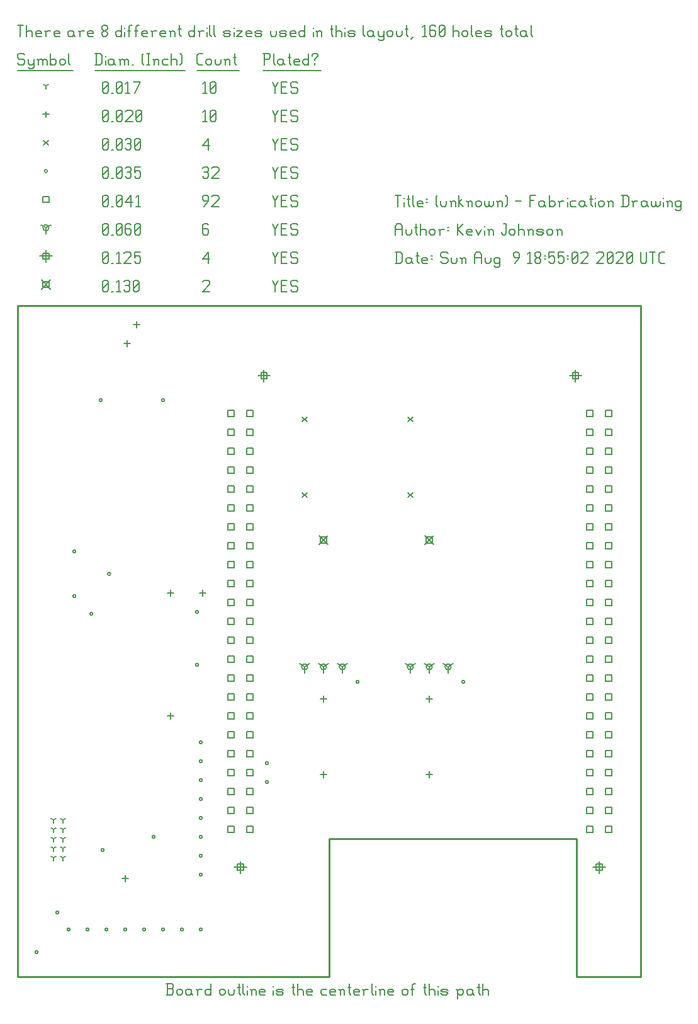
<source format=gbr>
G04 start of page 10 for group -3984 idx -3984 *
G04 Title: (unknown), fab *
G04 Creator: pcb 4.0.2 *
G04 CreationDate: Sun Aug  9 18:55:02 2020 UTC *
G04 For: kevin *
G04 Format: Gerber/RS-274X *
G04 PCB-Dimensions (mil): 3300.00 3550.00 *
G04 PCB-Coordinate-Origin: lower left *
%MOIN*%
%FSLAX25Y25*%
%LNFAB*%
%ADD77C,0.0100*%
%ADD76C,0.0075*%
%ADD75C,0.0060*%
%ADD74C,0.0080*%
G54D74*X215600Y233400D02*X220400Y228600D01*
X215600D02*X220400Y233400D01*
X216400Y232600D02*X219600D01*
X216400D02*Y229400D01*
X219600D01*
Y232600D02*Y229400D01*
X159600Y233400D02*X164400Y228600D01*
X159600D02*X164400Y233400D01*
X160400Y232600D02*X163600D01*
X160400D02*Y229400D01*
X163600D01*
Y232600D02*Y229400D01*
X12600Y368650D02*X17400Y363850D01*
X12600D02*X17400Y368650D01*
X13400Y367850D02*X16600D01*
X13400D02*Y364650D01*
X16600D01*
Y367850D02*Y364650D01*
G54D75*X135000Y368500D02*X136500Y365500D01*
X138000Y368500D01*
X136500Y365500D02*Y362500D01*
X139800Y365800D02*X142050D01*
X139800Y362500D02*X142800D01*
X139800Y368500D02*Y362500D01*
Y368500D02*X142800D01*
X147600D02*X148350Y367750D01*
X145350Y368500D02*X147600D01*
X144600Y367750D02*X145350Y368500D01*
X144600Y367750D02*Y366250D01*
X145350Y365500D01*
X147600D01*
X148350Y364750D01*
Y363250D01*
X147600Y362500D02*X148350Y363250D01*
X145350Y362500D02*X147600D01*
X144600Y363250D02*X145350Y362500D01*
X98000Y367750D02*X98750Y368500D01*
X101000D01*
X101750Y367750D01*
Y366250D01*
X98000Y362500D02*X101750Y366250D01*
X98000Y362500D02*X101750D01*
X45000Y363250D02*X45750Y362500D01*
X45000Y367750D02*Y363250D01*
Y367750D02*X45750Y368500D01*
X47250D01*
X48000Y367750D01*
Y363250D01*
X47250Y362500D02*X48000Y363250D01*
X45750Y362500D02*X47250D01*
X45000Y364000D02*X48000Y367000D01*
X49800Y362500D02*X50550D01*
X52350Y367300D02*X53550Y368500D01*
Y362500D01*
X52350D02*X54600D01*
X56400Y367750D02*X57150Y368500D01*
X58650D01*
X59400Y367750D01*
X58650Y362500D02*X59400Y363250D01*
X57150Y362500D02*X58650D01*
X56400Y363250D02*X57150Y362500D01*
Y365800D02*X58650D01*
X59400Y367750D02*Y366550D01*
Y365050D02*Y363250D01*
Y365050D02*X58650Y365800D01*
X59400Y366550D02*X58650Y365800D01*
X61200Y363250D02*X61950Y362500D01*
X61200Y367750D02*Y363250D01*
Y367750D02*X61950Y368500D01*
X63450D01*
X64200Y367750D01*
Y363250D01*
X63450Y362500D02*X64200Y363250D01*
X61950Y362500D02*X63450D01*
X61200Y364000D02*X64200Y367000D01*
X118000Y61200D02*Y54800D01*
X114800Y58000D02*X121200D01*
X116400Y59600D02*X119600D01*
X116400D02*Y56400D01*
X119600D01*
Y59600D02*Y56400D01*
X308000Y61200D02*Y54800D01*
X304800Y58000D02*X311200D01*
X306400Y59600D02*X309600D01*
X306400D02*Y56400D01*
X309600D01*
Y59600D02*Y56400D01*
X295500Y321200D02*Y314800D01*
X292300Y318000D02*X298700D01*
X293900Y319600D02*X297100D01*
X293900D02*Y316400D01*
X297100D01*
Y319600D02*Y316400D01*
X130500Y321200D02*Y314800D01*
X127300Y318000D02*X133700D01*
X128900Y319600D02*X132100D01*
X128900D02*Y316400D01*
X132100D01*
Y319600D02*Y316400D01*
X15000Y384450D02*Y378050D01*
X11800Y381250D02*X18200D01*
X13400Y382850D02*X16600D01*
X13400D02*Y379650D01*
X16600D01*
Y382850D02*Y379650D01*
X135000Y383500D02*X136500Y380500D01*
X138000Y383500D01*
X136500Y380500D02*Y377500D01*
X139800Y380800D02*X142050D01*
X139800Y377500D02*X142800D01*
X139800Y383500D02*Y377500D01*
Y383500D02*X142800D01*
X147600D02*X148350Y382750D01*
X145350Y383500D02*X147600D01*
X144600Y382750D02*X145350Y383500D01*
X144600Y382750D02*Y381250D01*
X145350Y380500D01*
X147600D01*
X148350Y379750D01*
Y378250D01*
X147600Y377500D02*X148350Y378250D01*
X145350Y377500D02*X147600D01*
X144600Y378250D02*X145350Y377500D01*
X98000Y379750D02*X101000Y383500D01*
X98000Y379750D02*X101750D01*
X101000Y383500D02*Y377500D01*
X45000Y378250D02*X45750Y377500D01*
X45000Y382750D02*Y378250D01*
Y382750D02*X45750Y383500D01*
X47250D01*
X48000Y382750D01*
Y378250D01*
X47250Y377500D02*X48000Y378250D01*
X45750Y377500D02*X47250D01*
X45000Y379000D02*X48000Y382000D01*
X49800Y377500D02*X50550D01*
X52350Y382300D02*X53550Y383500D01*
Y377500D01*
X52350D02*X54600D01*
X56400Y382750D02*X57150Y383500D01*
X59400D01*
X60150Y382750D01*
Y381250D01*
X56400Y377500D02*X60150Y381250D01*
X56400Y377500D02*X60150D01*
X61950Y383500D02*X64950D01*
X61950D02*Y380500D01*
X62700Y381250D01*
X64200D01*
X64950Y380500D01*
Y378250D01*
X64200Y377500D02*X64950Y378250D01*
X62700Y377500D02*X64200D01*
X61950Y378250D02*X62700Y377500D01*
X208000Y164000D02*Y160800D01*
Y164000D02*X210773Y165600D01*
X208000Y164000D02*X205227Y165600D01*
X206400Y164000D02*G75*G03X209600Y164000I1600J0D01*G01*
G75*G03X206400Y164000I-1600J0D01*G01*
X218000D02*Y160800D01*
Y164000D02*X220773Y165600D01*
X218000Y164000D02*X215227Y165600D01*
X216400Y164000D02*G75*G03X219600Y164000I1600J0D01*G01*
G75*G03X216400Y164000I-1600J0D01*G01*
X228000D02*Y160800D01*
Y164000D02*X230773Y165600D01*
X228000Y164000D02*X225227Y165600D01*
X226400Y164000D02*G75*G03X229600Y164000I1600J0D01*G01*
G75*G03X226400Y164000I-1600J0D01*G01*
X152000D02*Y160800D01*
Y164000D02*X154773Y165600D01*
X152000Y164000D02*X149227Y165600D01*
X150400Y164000D02*G75*G03X153600Y164000I1600J0D01*G01*
G75*G03X150400Y164000I-1600J0D01*G01*
X162000D02*Y160800D01*
Y164000D02*X164773Y165600D01*
X162000Y164000D02*X159227Y165600D01*
X160400Y164000D02*G75*G03X163600Y164000I1600J0D01*G01*
G75*G03X160400Y164000I-1600J0D01*G01*
X172000D02*Y160800D01*
Y164000D02*X174773Y165600D01*
X172000Y164000D02*X169227Y165600D01*
X170400Y164000D02*G75*G03X173600Y164000I1600J0D01*G01*
G75*G03X170400Y164000I-1600J0D01*G01*
X15000Y396250D02*Y393050D01*
Y396250D02*X17773Y397850D01*
X15000Y396250D02*X12227Y397850D01*
X13400Y396250D02*G75*G03X16600Y396250I1600J0D01*G01*
G75*G03X13400Y396250I-1600J0D01*G01*
X135000Y398500D02*X136500Y395500D01*
X138000Y398500D01*
X136500Y395500D02*Y392500D01*
X139800Y395800D02*X142050D01*
X139800Y392500D02*X142800D01*
X139800Y398500D02*Y392500D01*
Y398500D02*X142800D01*
X147600D02*X148350Y397750D01*
X145350Y398500D02*X147600D01*
X144600Y397750D02*X145350Y398500D01*
X144600Y397750D02*Y396250D01*
X145350Y395500D01*
X147600D01*
X148350Y394750D01*
Y393250D01*
X147600Y392500D02*X148350Y393250D01*
X145350Y392500D02*X147600D01*
X144600Y393250D02*X145350Y392500D01*
X100250Y398500D02*X101000Y397750D01*
X98750Y398500D02*X100250D01*
X98000Y397750D02*X98750Y398500D01*
X98000Y397750D02*Y393250D01*
X98750Y392500D01*
X100250Y395800D02*X101000Y395050D01*
X98000Y395800D02*X100250D01*
X98750Y392500D02*X100250D01*
X101000Y393250D01*
Y395050D02*Y393250D01*
X45000D02*X45750Y392500D01*
X45000Y397750D02*Y393250D01*
Y397750D02*X45750Y398500D01*
X47250D01*
X48000Y397750D01*
Y393250D01*
X47250Y392500D02*X48000Y393250D01*
X45750Y392500D02*X47250D01*
X45000Y394000D02*X48000Y397000D01*
X49800Y392500D02*X50550D01*
X52350Y393250D02*X53100Y392500D01*
X52350Y397750D02*Y393250D01*
Y397750D02*X53100Y398500D01*
X54600D01*
X55350Y397750D01*
Y393250D01*
X54600Y392500D02*X55350Y393250D01*
X53100Y392500D02*X54600D01*
X52350Y394000D02*X55350Y397000D01*
X59400Y398500D02*X60150Y397750D01*
X57900Y398500D02*X59400D01*
X57150Y397750D02*X57900Y398500D01*
X57150Y397750D02*Y393250D01*
X57900Y392500D01*
X59400Y395800D02*X60150Y395050D01*
X57150Y395800D02*X59400D01*
X57900Y392500D02*X59400D01*
X60150Y393250D01*
Y395050D02*Y393250D01*
X61950D02*X62700Y392500D01*
X61950Y397750D02*Y393250D01*
Y397750D02*X62700Y398500D01*
X64200D01*
X64950Y397750D01*
Y393250D01*
X64200Y392500D02*X64950Y393250D01*
X62700Y392500D02*X64200D01*
X61950Y394000D02*X64950Y397000D01*
X121400Y79600D02*X124600D01*
X121400D02*Y76400D01*
X124600D01*
Y79600D02*Y76400D01*
X111400Y79600D02*X114600D01*
X111400D02*Y76400D01*
X114600D01*
Y79600D02*Y76400D01*
X311400Y79600D02*X314600D01*
X311400D02*Y76400D01*
X314600D01*
Y79600D02*Y76400D01*
X301400Y299600D02*X304600D01*
X301400D02*Y296400D01*
X304600D01*
Y299600D02*Y296400D01*
X311400Y299600D02*X314600D01*
X311400D02*Y296400D01*
X314600D01*
Y299600D02*Y296400D01*
X121400Y299600D02*X124600D01*
X121400D02*Y296400D01*
X124600D01*
Y299600D02*Y296400D01*
X111400Y299600D02*X114600D01*
X111400D02*Y296400D01*
X114600D01*
Y299600D02*Y296400D01*
X111400Y89600D02*X114600D01*
X111400D02*Y86400D01*
X114600D01*
Y89600D02*Y86400D01*
X111400Y99600D02*X114600D01*
X111400D02*Y96400D01*
X114600D01*
Y99600D02*Y96400D01*
X111400Y109600D02*X114600D01*
X111400D02*Y106400D01*
X114600D01*
Y109600D02*Y106400D01*
X111400Y119600D02*X114600D01*
X111400D02*Y116400D01*
X114600D01*
Y119600D02*Y116400D01*
X111400Y129600D02*X114600D01*
X111400D02*Y126400D01*
X114600D01*
Y129600D02*Y126400D01*
X111400Y139600D02*X114600D01*
X111400D02*Y136400D01*
X114600D01*
Y139600D02*Y136400D01*
X111400Y149600D02*X114600D01*
X111400D02*Y146400D01*
X114600D01*
Y149600D02*Y146400D01*
X111400Y159600D02*X114600D01*
X111400D02*Y156400D01*
X114600D01*
Y159600D02*Y156400D01*
X111400Y169600D02*X114600D01*
X111400D02*Y166400D01*
X114600D01*
Y169600D02*Y166400D01*
X111400Y179600D02*X114600D01*
X111400D02*Y176400D01*
X114600D01*
Y179600D02*Y176400D01*
X111400Y189600D02*X114600D01*
X111400D02*Y186400D01*
X114600D01*
Y189600D02*Y186400D01*
X111400Y199600D02*X114600D01*
X111400D02*Y196400D01*
X114600D01*
Y199600D02*Y196400D01*
X111400Y209600D02*X114600D01*
X111400D02*Y206400D01*
X114600D01*
Y209600D02*Y206400D01*
X111400Y219600D02*X114600D01*
X111400D02*Y216400D01*
X114600D01*
Y219600D02*Y216400D01*
X111400Y229600D02*X114600D01*
X111400D02*Y226400D01*
X114600D01*
Y229600D02*Y226400D01*
X111400Y239600D02*X114600D01*
X111400D02*Y236400D01*
X114600D01*
Y239600D02*Y236400D01*
X111400Y249600D02*X114600D01*
X111400D02*Y246400D01*
X114600D01*
Y249600D02*Y246400D01*
X111400Y259600D02*X114600D01*
X111400D02*Y256400D01*
X114600D01*
Y259600D02*Y256400D01*
X111400Y269600D02*X114600D01*
X111400D02*Y266400D01*
X114600D01*
Y269600D02*Y266400D01*
X111400Y279600D02*X114600D01*
X111400D02*Y276400D01*
X114600D01*
Y279600D02*Y276400D01*
X111400Y289600D02*X114600D01*
X111400D02*Y286400D01*
X114600D01*
Y289600D02*Y286400D01*
X121400Y89600D02*X124600D01*
X121400D02*Y86400D01*
X124600D01*
Y89600D02*Y86400D01*
X121400Y99600D02*X124600D01*
X121400D02*Y96400D01*
X124600D01*
Y99600D02*Y96400D01*
X121400Y109600D02*X124600D01*
X121400D02*Y106400D01*
X124600D01*
Y109600D02*Y106400D01*
X121400Y119600D02*X124600D01*
X121400D02*Y116400D01*
X124600D01*
Y119600D02*Y116400D01*
X121400Y129600D02*X124600D01*
X121400D02*Y126400D01*
X124600D01*
Y129600D02*Y126400D01*
X121400Y139600D02*X124600D01*
X121400D02*Y136400D01*
X124600D01*
Y139600D02*Y136400D01*
X121400Y149600D02*X124600D01*
X121400D02*Y146400D01*
X124600D01*
Y149600D02*Y146400D01*
X121400Y159600D02*X124600D01*
X121400D02*Y156400D01*
X124600D01*
Y159600D02*Y156400D01*
X121400Y169600D02*X124600D01*
X121400D02*Y166400D01*
X124600D01*
Y169600D02*Y166400D01*
X121400Y179600D02*X124600D01*
X121400D02*Y176400D01*
X124600D01*
Y179600D02*Y176400D01*
X121400Y189600D02*X124600D01*
X121400D02*Y186400D01*
X124600D01*
Y189600D02*Y186400D01*
X121400Y199600D02*X124600D01*
X121400D02*Y196400D01*
X124600D01*
Y199600D02*Y196400D01*
X121400Y209600D02*X124600D01*
X121400D02*Y206400D01*
X124600D01*
Y209600D02*Y206400D01*
X121400Y219600D02*X124600D01*
X121400D02*Y216400D01*
X124600D01*
Y219600D02*Y216400D01*
X121400Y229600D02*X124600D01*
X121400D02*Y226400D01*
X124600D01*
Y229600D02*Y226400D01*
X121400Y239600D02*X124600D01*
X121400D02*Y236400D01*
X124600D01*
Y239600D02*Y236400D01*
X121400Y249600D02*X124600D01*
X121400D02*Y246400D01*
X124600D01*
Y249600D02*Y246400D01*
X121400Y259600D02*X124600D01*
X121400D02*Y256400D01*
X124600D01*
Y259600D02*Y256400D01*
X121400Y269600D02*X124600D01*
X121400D02*Y266400D01*
X124600D01*
Y269600D02*Y266400D01*
X121400Y279600D02*X124600D01*
X121400D02*Y276400D01*
X124600D01*
Y279600D02*Y276400D01*
X121400Y289600D02*X124600D01*
X121400D02*Y286400D01*
X124600D01*
Y289600D02*Y286400D01*
X301400Y89600D02*X304600D01*
X301400D02*Y86400D01*
X304600D01*
Y89600D02*Y86400D01*
X301400Y99600D02*X304600D01*
X301400D02*Y96400D01*
X304600D01*
Y99600D02*Y96400D01*
X301400Y109600D02*X304600D01*
X301400D02*Y106400D01*
X304600D01*
Y109600D02*Y106400D01*
X301400Y119600D02*X304600D01*
X301400D02*Y116400D01*
X304600D01*
Y119600D02*Y116400D01*
X301400Y129600D02*X304600D01*
X301400D02*Y126400D01*
X304600D01*
Y129600D02*Y126400D01*
X301400Y139600D02*X304600D01*
X301400D02*Y136400D01*
X304600D01*
Y139600D02*Y136400D01*
X301400Y149600D02*X304600D01*
X301400D02*Y146400D01*
X304600D01*
Y149600D02*Y146400D01*
X301400Y159600D02*X304600D01*
X301400D02*Y156400D01*
X304600D01*
Y159600D02*Y156400D01*
X301400Y169600D02*X304600D01*
X301400D02*Y166400D01*
X304600D01*
Y169600D02*Y166400D01*
X301400Y179600D02*X304600D01*
X301400D02*Y176400D01*
X304600D01*
Y179600D02*Y176400D01*
X301400Y189600D02*X304600D01*
X301400D02*Y186400D01*
X304600D01*
Y189600D02*Y186400D01*
X301400Y199600D02*X304600D01*
X301400D02*Y196400D01*
X304600D01*
Y199600D02*Y196400D01*
X301400Y209600D02*X304600D01*
X301400D02*Y206400D01*
X304600D01*
Y209600D02*Y206400D01*
X301400Y219600D02*X304600D01*
X301400D02*Y216400D01*
X304600D01*
Y219600D02*Y216400D01*
X301400Y229600D02*X304600D01*
X301400D02*Y226400D01*
X304600D01*
Y229600D02*Y226400D01*
X301400Y239600D02*X304600D01*
X301400D02*Y236400D01*
X304600D01*
Y239600D02*Y236400D01*
X301400Y249600D02*X304600D01*
X301400D02*Y246400D01*
X304600D01*
Y249600D02*Y246400D01*
X301400Y259600D02*X304600D01*
X301400D02*Y256400D01*
X304600D01*
Y259600D02*Y256400D01*
X301400Y269600D02*X304600D01*
X301400D02*Y266400D01*
X304600D01*
Y269600D02*Y266400D01*
X301400Y279600D02*X304600D01*
X301400D02*Y276400D01*
X304600D01*
Y279600D02*Y276400D01*
X301400Y289600D02*X304600D01*
X301400D02*Y286400D01*
X304600D01*
Y289600D02*Y286400D01*
X311400Y289600D02*X314600D01*
X311400D02*Y286400D01*
X314600D01*
Y289600D02*Y286400D01*
X311400Y279600D02*X314600D01*
X311400D02*Y276400D01*
X314600D01*
Y279600D02*Y276400D01*
X311400Y269600D02*X314600D01*
X311400D02*Y266400D01*
X314600D01*
Y269600D02*Y266400D01*
X311400Y259600D02*X314600D01*
X311400D02*Y256400D01*
X314600D01*
Y259600D02*Y256400D01*
X311400Y249600D02*X314600D01*
X311400D02*Y246400D01*
X314600D01*
Y249600D02*Y246400D01*
X311400Y239600D02*X314600D01*
X311400D02*Y236400D01*
X314600D01*
Y239600D02*Y236400D01*
X311400Y219600D02*X314600D01*
X311400D02*Y216400D01*
X314600D01*
Y219600D02*Y216400D01*
X311400Y229600D02*X314600D01*
X311400D02*Y226400D01*
X314600D01*
Y229600D02*Y226400D01*
X311400Y209600D02*X314600D01*
X311400D02*Y206400D01*
X314600D01*
Y209600D02*Y206400D01*
X311400Y199600D02*X314600D01*
X311400D02*Y196400D01*
X314600D01*
Y199600D02*Y196400D01*
X311400Y189600D02*X314600D01*
X311400D02*Y186400D01*
X314600D01*
Y189600D02*Y186400D01*
X311400Y179600D02*X314600D01*
X311400D02*Y176400D01*
X314600D01*
Y179600D02*Y176400D01*
X311400Y169600D02*X314600D01*
X311400D02*Y166400D01*
X314600D01*
Y169600D02*Y166400D01*
X311400Y159600D02*X314600D01*
X311400D02*Y156400D01*
X314600D01*
Y159600D02*Y156400D01*
X311400Y149600D02*X314600D01*
X311400D02*Y146400D01*
X314600D01*
Y149600D02*Y146400D01*
X311400Y139600D02*X314600D01*
X311400D02*Y136400D01*
X314600D01*
Y139600D02*Y136400D01*
X311400Y129600D02*X314600D01*
X311400D02*Y126400D01*
X314600D01*
Y129600D02*Y126400D01*
X311400Y119600D02*X314600D01*
X311400D02*Y116400D01*
X314600D01*
Y119600D02*Y116400D01*
X311400Y99600D02*X314600D01*
X311400D02*Y96400D01*
X314600D01*
Y99600D02*Y96400D01*
X311400Y109600D02*X314600D01*
X311400D02*Y106400D01*
X314600D01*
Y109600D02*Y106400D01*
X311400Y89600D02*X314600D01*
X311400D02*Y86400D01*
X314600D01*
Y89600D02*Y86400D01*
X301400Y79600D02*X304600D01*
X301400D02*Y76400D01*
X304600D01*
Y79600D02*Y76400D01*
X13400Y412850D02*X16600D01*
X13400D02*Y409650D01*
X16600D01*
Y412850D02*Y409650D01*
X135000Y413500D02*X136500Y410500D01*
X138000Y413500D01*
X136500Y410500D02*Y407500D01*
X139800Y410800D02*X142050D01*
X139800Y407500D02*X142800D01*
X139800Y413500D02*Y407500D01*
Y413500D02*X142800D01*
X147600D02*X148350Y412750D01*
X145350Y413500D02*X147600D01*
X144600Y412750D02*X145350Y413500D01*
X144600Y412750D02*Y411250D01*
X145350Y410500D01*
X147600D01*
X148350Y409750D01*
Y408250D01*
X147600Y407500D02*X148350Y408250D01*
X145350Y407500D02*X147600D01*
X144600Y408250D02*X145350Y407500D01*
X98750D02*X101000Y410500D01*
Y412750D02*Y410500D01*
X100250Y413500D02*X101000Y412750D01*
X98750Y413500D02*X100250D01*
X98000Y412750D02*X98750Y413500D01*
X98000Y412750D02*Y411250D01*
X98750Y410500D01*
X101000D01*
X102800Y412750D02*X103550Y413500D01*
X105800D01*
X106550Y412750D01*
Y411250D01*
X102800Y407500D02*X106550Y411250D01*
X102800Y407500D02*X106550D01*
X45000Y408250D02*X45750Y407500D01*
X45000Y412750D02*Y408250D01*
Y412750D02*X45750Y413500D01*
X47250D01*
X48000Y412750D01*
Y408250D01*
X47250Y407500D02*X48000Y408250D01*
X45750Y407500D02*X47250D01*
X45000Y409000D02*X48000Y412000D01*
X49800Y407500D02*X50550D01*
X52350Y408250D02*X53100Y407500D01*
X52350Y412750D02*Y408250D01*
Y412750D02*X53100Y413500D01*
X54600D01*
X55350Y412750D01*
Y408250D01*
X54600Y407500D02*X55350Y408250D01*
X53100Y407500D02*X54600D01*
X52350Y409000D02*X55350Y412000D01*
X57150Y409750D02*X60150Y413500D01*
X57150Y409750D02*X60900D01*
X60150Y413500D02*Y407500D01*
X62700Y412300D02*X63900Y413500D01*
Y407500D01*
X62700D02*X64950D01*
X96200Y54000D02*G75*G03X97800Y54000I800J0D01*G01*
G75*G03X96200Y54000I-800J0D01*G01*
Y64000D02*G75*G03X97800Y64000I800J0D01*G01*
G75*G03X96200Y64000I-800J0D01*G01*
Y74000D02*G75*G03X97800Y74000I800J0D01*G01*
G75*G03X96200Y74000I-800J0D01*G01*
Y84000D02*G75*G03X97800Y84000I800J0D01*G01*
G75*G03X96200Y84000I-800J0D01*G01*
Y94000D02*G75*G03X97800Y94000I800J0D01*G01*
G75*G03X96200Y94000I-800J0D01*G01*
Y104000D02*G75*G03X97800Y104000I800J0D01*G01*
G75*G03X96200Y104000I-800J0D01*G01*
Y114000D02*G75*G03X97800Y114000I800J0D01*G01*
G75*G03X96200Y114000I-800J0D01*G01*
Y124000D02*G75*G03X97800Y124000I800J0D01*G01*
G75*G03X96200Y124000I-800J0D01*G01*
X66200Y25000D02*G75*G03X67800Y25000I800J0D01*G01*
G75*G03X66200Y25000I-800J0D01*G01*
X96200D02*G75*G03X97800Y25000I800J0D01*G01*
G75*G03X96200Y25000I-800J0D01*G01*
X86200D02*G75*G03X87800Y25000I800J0D01*G01*
G75*G03X86200Y25000I-800J0D01*G01*
X76200D02*G75*G03X77800Y25000I800J0D01*G01*
G75*G03X76200Y25000I-800J0D01*G01*
X56200D02*G75*G03X57800Y25000I800J0D01*G01*
G75*G03X56200Y25000I-800J0D01*G01*
X46200D02*G75*G03X47800Y25000I800J0D01*G01*
G75*G03X46200Y25000I-800J0D01*G01*
X36200D02*G75*G03X37800Y25000I800J0D01*G01*
G75*G03X36200Y25000I-800J0D01*G01*
X26200D02*G75*G03X27800Y25000I800J0D01*G01*
G75*G03X26200Y25000I-800J0D01*G01*
X47704Y213189D02*G75*G03X49304Y213189I800J0D01*G01*
G75*G03X47704Y213189I-800J0D01*G01*
X29200Y225000D02*G75*G03X30800Y225000I800J0D01*G01*
G75*G03X29200Y225000I-800J0D01*G01*
Y201378D02*G75*G03X30800Y201378I800J0D01*G01*
G75*G03X29200Y201378I-800J0D01*G01*
X38200Y192000D02*G75*G03X39800Y192000I800J0D01*G01*
G75*G03X38200Y192000I-800J0D01*G01*
X179200Y156000D02*G75*G03X180800Y156000I800J0D01*G01*
G75*G03X179200Y156000I-800J0D01*G01*
X235200D02*G75*G03X236800Y156000I800J0D01*G01*
G75*G03X235200Y156000I-800J0D01*G01*
X71200Y74000D02*G75*G03X72800Y74000I800J0D01*G01*
G75*G03X71200Y74000I-800J0D01*G01*
X131200Y103000D02*G75*G03X132800Y103000I800J0D01*G01*
G75*G03X131200Y103000I-800J0D01*G01*
Y113000D02*G75*G03X132800Y113000I800J0D01*G01*
G75*G03X131200Y113000I-800J0D01*G01*
X43200Y305000D02*G75*G03X44800Y305000I800J0D01*G01*
G75*G03X43200Y305000I-800J0D01*G01*
X76200D02*G75*G03X77800Y305000I800J0D01*G01*
G75*G03X76200Y305000I-800J0D01*G01*
X44200Y67000D02*G75*G03X45800Y67000I800J0D01*G01*
G75*G03X44200Y67000I-800J0D01*G01*
X20200Y34000D02*G75*G03X21800Y34000I800J0D01*G01*
G75*G03X20200Y34000I-800J0D01*G01*
X9200Y13000D02*G75*G03X10800Y13000I800J0D01*G01*
G75*G03X9200Y13000I-800J0D01*G01*
X94200Y193000D02*G75*G03X95800Y193000I800J0D01*G01*
G75*G03X94200Y193000I-800J0D01*G01*
Y165000D02*G75*G03X95800Y165000I800J0D01*G01*
G75*G03X94200Y165000I-800J0D01*G01*
X14200Y426250D02*G75*G03X15800Y426250I800J0D01*G01*
G75*G03X14200Y426250I-800J0D01*G01*
X135000Y428500D02*X136500Y425500D01*
X138000Y428500D01*
X136500Y425500D02*Y422500D01*
X139800Y425800D02*X142050D01*
X139800Y422500D02*X142800D01*
X139800Y428500D02*Y422500D01*
Y428500D02*X142800D01*
X147600D02*X148350Y427750D01*
X145350Y428500D02*X147600D01*
X144600Y427750D02*X145350Y428500D01*
X144600Y427750D02*Y426250D01*
X145350Y425500D01*
X147600D01*
X148350Y424750D01*
Y423250D01*
X147600Y422500D02*X148350Y423250D01*
X145350Y422500D02*X147600D01*
X144600Y423250D02*X145350Y422500D01*
X98000Y427750D02*X98750Y428500D01*
X100250D01*
X101000Y427750D01*
X100250Y422500D02*X101000Y423250D01*
X98750Y422500D02*X100250D01*
X98000Y423250D02*X98750Y422500D01*
Y425800D02*X100250D01*
X101000Y427750D02*Y426550D01*
Y425050D02*Y423250D01*
Y425050D02*X100250Y425800D01*
X101000Y426550D02*X100250Y425800D01*
X102800Y427750D02*X103550Y428500D01*
X105800D01*
X106550Y427750D01*
Y426250D01*
X102800Y422500D02*X106550Y426250D01*
X102800Y422500D02*X106550D01*
X45000Y423250D02*X45750Y422500D01*
X45000Y427750D02*Y423250D01*
Y427750D02*X45750Y428500D01*
X47250D01*
X48000Y427750D01*
Y423250D01*
X47250Y422500D02*X48000Y423250D01*
X45750Y422500D02*X47250D01*
X45000Y424000D02*X48000Y427000D01*
X49800Y422500D02*X50550D01*
X52350Y423250D02*X53100Y422500D01*
X52350Y427750D02*Y423250D01*
Y427750D02*X53100Y428500D01*
X54600D01*
X55350Y427750D01*
Y423250D01*
X54600Y422500D02*X55350Y423250D01*
X53100Y422500D02*X54600D01*
X52350Y424000D02*X55350Y427000D01*
X57150Y427750D02*X57900Y428500D01*
X59400D01*
X60150Y427750D01*
X59400Y422500D02*X60150Y423250D01*
X57900Y422500D02*X59400D01*
X57150Y423250D02*X57900Y422500D01*
Y425800D02*X59400D01*
X60150Y427750D02*Y426550D01*
Y425050D02*Y423250D01*
Y425050D02*X59400Y425800D01*
X60150Y426550D02*X59400Y425800D01*
X61950Y428500D02*X64950D01*
X61950D02*Y425500D01*
X62700Y426250D01*
X64200D01*
X64950Y425500D01*
Y423250D01*
X64200Y422500D02*X64950Y423250D01*
X62700Y422500D02*X64200D01*
X61950Y423250D02*X62700Y422500D01*
X150800Y256200D02*X153200Y253800D01*
X150800D02*X153200Y256200D01*
X150800Y296200D02*X153200Y293800D01*
X150800D02*X153200Y296200D01*
X206800Y256200D02*X209200Y253800D01*
X206800D02*X209200Y256200D01*
X206800Y296200D02*X209200Y293800D01*
X206800D02*X209200Y296200D01*
X13800Y442450D02*X16200Y440050D01*
X13800D02*X16200Y442450D01*
X135000Y443500D02*X136500Y440500D01*
X138000Y443500D01*
X136500Y440500D02*Y437500D01*
X139800Y440800D02*X142050D01*
X139800Y437500D02*X142800D01*
X139800Y443500D02*Y437500D01*
Y443500D02*X142800D01*
X147600D02*X148350Y442750D01*
X145350Y443500D02*X147600D01*
X144600Y442750D02*X145350Y443500D01*
X144600Y442750D02*Y441250D01*
X145350Y440500D01*
X147600D01*
X148350Y439750D01*
Y438250D01*
X147600Y437500D02*X148350Y438250D01*
X145350Y437500D02*X147600D01*
X144600Y438250D02*X145350Y437500D01*
X98000Y439750D02*X101000Y443500D01*
X98000Y439750D02*X101750D01*
X101000Y443500D02*Y437500D01*
X45000Y438250D02*X45750Y437500D01*
X45000Y442750D02*Y438250D01*
Y442750D02*X45750Y443500D01*
X47250D01*
X48000Y442750D01*
Y438250D01*
X47250Y437500D02*X48000Y438250D01*
X45750Y437500D02*X47250D01*
X45000Y439000D02*X48000Y442000D01*
X49800Y437500D02*X50550D01*
X52350Y438250D02*X53100Y437500D01*
X52350Y442750D02*Y438250D01*
Y442750D02*X53100Y443500D01*
X54600D01*
X55350Y442750D01*
Y438250D01*
X54600Y437500D02*X55350Y438250D01*
X53100Y437500D02*X54600D01*
X52350Y439000D02*X55350Y442000D01*
X57150Y442750D02*X57900Y443500D01*
X59400D01*
X60150Y442750D01*
X59400Y437500D02*X60150Y438250D01*
X57900Y437500D02*X59400D01*
X57150Y438250D02*X57900Y437500D01*
Y440800D02*X59400D01*
X60150Y442750D02*Y441550D01*
Y440050D02*Y438250D01*
Y440050D02*X59400Y440800D01*
X60150Y441550D02*X59400Y440800D01*
X61950Y438250D02*X62700Y437500D01*
X61950Y442750D02*Y438250D01*
Y442750D02*X62700Y443500D01*
X64200D01*
X64950Y442750D01*
Y438250D01*
X64200Y437500D02*X64950Y438250D01*
X62700Y437500D02*X64200D01*
X61950Y439000D02*X64950Y442000D01*
X218000Y148600D02*Y145400D01*
X216400Y147000D02*X219600D01*
X218000Y108600D02*Y105400D01*
X216400Y107000D02*X219600D01*
X162000Y148600D02*Y145400D01*
X160400Y147000D02*X163600D01*
X162000Y108600D02*Y105400D01*
X160400Y107000D02*X163600D01*
X58000Y336600D02*Y333400D01*
X56400Y335000D02*X59600D01*
X63000Y346600D02*Y343400D01*
X61400Y345000D02*X64600D01*
X98000Y204600D02*Y201400D01*
X96400Y203000D02*X99600D01*
X81000Y204600D02*Y201400D01*
X79400Y203000D02*X82600D01*
X81000Y139600D02*Y136400D01*
X79400Y138000D02*X82600D01*
X57000Y53600D02*Y50400D01*
X55400Y52000D02*X58600D01*
X15000Y457850D02*Y454650D01*
X13400Y456250D02*X16600D01*
X135000Y458500D02*X136500Y455500D01*
X138000Y458500D01*
X136500Y455500D02*Y452500D01*
X139800Y455800D02*X142050D01*
X139800Y452500D02*X142800D01*
X139800Y458500D02*Y452500D01*
Y458500D02*X142800D01*
X147600D02*X148350Y457750D01*
X145350Y458500D02*X147600D01*
X144600Y457750D02*X145350Y458500D01*
X144600Y457750D02*Y456250D01*
X145350Y455500D01*
X147600D01*
X148350Y454750D01*
Y453250D01*
X147600Y452500D02*X148350Y453250D01*
X145350Y452500D02*X147600D01*
X144600Y453250D02*X145350Y452500D01*
X98000Y457300D02*X99200Y458500D01*
Y452500D01*
X98000D02*X100250D01*
X102050Y453250D02*X102800Y452500D01*
X102050Y457750D02*Y453250D01*
Y457750D02*X102800Y458500D01*
X104300D01*
X105050Y457750D01*
Y453250D01*
X104300Y452500D02*X105050Y453250D01*
X102800Y452500D02*X104300D01*
X102050Y454000D02*X105050Y457000D01*
X45000Y453250D02*X45750Y452500D01*
X45000Y457750D02*Y453250D01*
Y457750D02*X45750Y458500D01*
X47250D01*
X48000Y457750D01*
Y453250D01*
X47250Y452500D02*X48000Y453250D01*
X45750Y452500D02*X47250D01*
X45000Y454000D02*X48000Y457000D01*
X49800Y452500D02*X50550D01*
X52350Y453250D02*X53100Y452500D01*
X52350Y457750D02*Y453250D01*
Y457750D02*X53100Y458500D01*
X54600D01*
X55350Y457750D01*
Y453250D01*
X54600Y452500D02*X55350Y453250D01*
X53100Y452500D02*X54600D01*
X52350Y454000D02*X55350Y457000D01*
X57150Y457750D02*X57900Y458500D01*
X60150D01*
X60900Y457750D01*
Y456250D01*
X57150Y452500D02*X60900Y456250D01*
X57150Y452500D02*X60900D01*
X62700Y453250D02*X63450Y452500D01*
X62700Y457750D02*Y453250D01*
Y457750D02*X63450Y458500D01*
X64950D01*
X65700Y457750D01*
Y453250D01*
X64950Y452500D02*X65700Y453250D01*
X63450Y452500D02*X64950D01*
X62700Y454000D02*X65700Y457000D01*
X19000Y63000D02*Y61400D01*
Y63000D02*X20387Y63800D01*
X19000Y63000D02*X17613Y63800D01*
X19000Y68000D02*Y66400D01*
Y68000D02*X20387Y68800D01*
X19000Y68000D02*X17613Y68800D01*
X19000Y73000D02*Y71400D01*
Y73000D02*X20387Y73800D01*
X19000Y73000D02*X17613Y73800D01*
X19000Y78000D02*Y76400D01*
Y78000D02*X20387Y78800D01*
X19000Y78000D02*X17613Y78800D01*
X19000Y83000D02*Y81400D01*
Y83000D02*X20387Y83800D01*
X19000Y83000D02*X17613Y83800D01*
X24000Y83000D02*Y81400D01*
Y83000D02*X25387Y83800D01*
X24000Y83000D02*X22613Y83800D01*
X24000Y78000D02*Y76400D01*
Y78000D02*X25387Y78800D01*
X24000Y78000D02*X22613Y78800D01*
X24000Y73000D02*Y71400D01*
Y73000D02*X25387Y73800D01*
X24000Y73000D02*X22613Y73800D01*
X24000Y68000D02*Y66400D01*
Y68000D02*X25387Y68800D01*
X24000Y68000D02*X22613Y68800D01*
X24000Y63000D02*Y61400D01*
Y63000D02*X25387Y63800D01*
X24000Y63000D02*X22613Y63800D01*
X15000Y471250D02*Y469650D01*
Y471250D02*X16387Y472050D01*
X15000Y471250D02*X13613Y472050D01*
X135000Y473500D02*X136500Y470500D01*
X138000Y473500D01*
X136500Y470500D02*Y467500D01*
X139800Y470800D02*X142050D01*
X139800Y467500D02*X142800D01*
X139800Y473500D02*Y467500D01*
Y473500D02*X142800D01*
X147600D02*X148350Y472750D01*
X145350Y473500D02*X147600D01*
X144600Y472750D02*X145350Y473500D01*
X144600Y472750D02*Y471250D01*
X145350Y470500D01*
X147600D01*
X148350Y469750D01*
Y468250D01*
X147600Y467500D02*X148350Y468250D01*
X145350Y467500D02*X147600D01*
X144600Y468250D02*X145350Y467500D01*
X98000Y472300D02*X99200Y473500D01*
Y467500D01*
X98000D02*X100250D01*
X102050Y468250D02*X102800Y467500D01*
X102050Y472750D02*Y468250D01*
Y472750D02*X102800Y473500D01*
X104300D01*
X105050Y472750D01*
Y468250D01*
X104300Y467500D02*X105050Y468250D01*
X102800Y467500D02*X104300D01*
X102050Y469000D02*X105050Y472000D01*
X45000Y468250D02*X45750Y467500D01*
X45000Y472750D02*Y468250D01*
Y472750D02*X45750Y473500D01*
X47250D01*
X48000Y472750D01*
Y468250D01*
X47250Y467500D02*X48000Y468250D01*
X45750Y467500D02*X47250D01*
X45000Y469000D02*X48000Y472000D01*
X49800Y467500D02*X50550D01*
X52350Y468250D02*X53100Y467500D01*
X52350Y472750D02*Y468250D01*
Y472750D02*X53100Y473500D01*
X54600D01*
X55350Y472750D01*
Y468250D01*
X54600Y467500D02*X55350Y468250D01*
X53100Y467500D02*X54600D01*
X52350Y469000D02*X55350Y472000D01*
X57150Y472300D02*X58350Y473500D01*
Y467500D01*
X57150D02*X59400D01*
X61950D02*X64950Y473500D01*
X61200D02*X64950D01*
X3000Y488500D02*X3750Y487750D01*
X750Y488500D02*X3000D01*
X0Y487750D02*X750Y488500D01*
X0Y487750D02*Y486250D01*
X750Y485500D01*
X3000D01*
X3750Y484750D01*
Y483250D01*
X3000Y482500D02*X3750Y483250D01*
X750Y482500D02*X3000D01*
X0Y483250D02*X750Y482500D01*
X5550Y485500D02*Y483250D01*
X6300Y482500D01*
X8550Y485500D02*Y481000D01*
X7800Y480250D02*X8550Y481000D01*
X6300Y480250D02*X7800D01*
X5550Y481000D02*X6300Y480250D01*
Y482500D02*X7800D01*
X8550Y483250D01*
X11100Y484750D02*Y482500D01*
Y484750D02*X11850Y485500D01*
X12600D01*
X13350Y484750D01*
Y482500D01*
Y484750D02*X14100Y485500D01*
X14850D01*
X15600Y484750D01*
Y482500D01*
X10350Y485500D02*X11100Y484750D01*
X17400Y488500D02*Y482500D01*
Y483250D02*X18150Y482500D01*
X19650D01*
X20400Y483250D01*
Y484750D02*Y483250D01*
X19650Y485500D02*X20400Y484750D01*
X18150Y485500D02*X19650D01*
X17400Y484750D02*X18150Y485500D01*
X22200Y484750D02*Y483250D01*
Y484750D02*X22950Y485500D01*
X24450D01*
X25200Y484750D01*
Y483250D01*
X24450Y482500D02*X25200Y483250D01*
X22950Y482500D02*X24450D01*
X22200Y483250D02*X22950Y482500D01*
X27000Y488500D02*Y483250D01*
X27750Y482500D01*
X0Y479250D02*X29250D01*
X41750Y488500D02*Y482500D01*
X43700Y488500D02*X44750Y487450D01*
Y483550D01*
X43700Y482500D02*X44750Y483550D01*
X41000Y482500D02*X43700D01*
X41000Y488500D02*X43700D01*
G54D76*X46550Y487000D02*Y486850D01*
G54D75*Y484750D02*Y482500D01*
X50300Y485500D02*X51050Y484750D01*
X48800Y485500D02*X50300D01*
X48050Y484750D02*X48800Y485500D01*
X48050Y484750D02*Y483250D01*
X48800Y482500D01*
X51050Y485500D02*Y483250D01*
X51800Y482500D01*
X48800D02*X50300D01*
X51050Y483250D01*
X54350Y484750D02*Y482500D01*
Y484750D02*X55100Y485500D01*
X55850D01*
X56600Y484750D01*
Y482500D01*
Y484750D02*X57350Y485500D01*
X58100D01*
X58850Y484750D01*
Y482500D01*
X53600Y485500D02*X54350Y484750D01*
X60650Y482500D02*X61400D01*
X65900Y483250D02*X66650Y482500D01*
X65900Y487750D02*X66650Y488500D01*
X65900Y487750D02*Y483250D01*
X68450Y488500D02*X69950D01*
X69200D02*Y482500D01*
X68450D02*X69950D01*
X72500Y484750D02*Y482500D01*
Y484750D02*X73250Y485500D01*
X74000D01*
X74750Y484750D01*
Y482500D01*
X71750Y485500D02*X72500Y484750D01*
X77300Y485500D02*X79550D01*
X76550Y484750D02*X77300Y485500D01*
X76550Y484750D02*Y483250D01*
X77300Y482500D01*
X79550D01*
X81350Y488500D02*Y482500D01*
Y484750D02*X82100Y485500D01*
X83600D01*
X84350Y484750D01*
Y482500D01*
X86150Y488500D02*X86900Y487750D01*
Y483250D01*
X86150Y482500D02*X86900Y483250D01*
X41000Y479250D02*X88700D01*
X96050Y482500D02*X98000D01*
X95000Y483550D02*X96050Y482500D01*
X95000Y487450D02*Y483550D01*
Y487450D02*X96050Y488500D01*
X98000D01*
X99800Y484750D02*Y483250D01*
Y484750D02*X100550Y485500D01*
X102050D01*
X102800Y484750D01*
Y483250D01*
X102050Y482500D02*X102800Y483250D01*
X100550Y482500D02*X102050D01*
X99800Y483250D02*X100550Y482500D01*
X104600Y485500D02*Y483250D01*
X105350Y482500D01*
X106850D01*
X107600Y483250D01*
Y485500D02*Y483250D01*
X110150Y484750D02*Y482500D01*
Y484750D02*X110900Y485500D01*
X111650D01*
X112400Y484750D01*
Y482500D01*
X109400Y485500D02*X110150Y484750D01*
X114950Y488500D02*Y483250D01*
X115700Y482500D01*
X114200Y486250D02*X115700D01*
X95000Y479250D02*X117200D01*
X130750Y488500D02*Y482500D01*
X130000Y488500D02*X133000D01*
X133750Y487750D01*
Y486250D01*
X133000Y485500D02*X133750Y486250D01*
X130750Y485500D02*X133000D01*
X135550Y488500D02*Y483250D01*
X136300Y482500D01*
X140050Y485500D02*X140800Y484750D01*
X138550Y485500D02*X140050D01*
X137800Y484750D02*X138550Y485500D01*
X137800Y484750D02*Y483250D01*
X138550Y482500D01*
X140800Y485500D02*Y483250D01*
X141550Y482500D01*
X138550D02*X140050D01*
X140800Y483250D01*
X144100Y488500D02*Y483250D01*
X144850Y482500D01*
X143350Y486250D02*X144850D01*
X147100Y482500D02*X149350D01*
X146350Y483250D02*X147100Y482500D01*
X146350Y484750D02*Y483250D01*
Y484750D02*X147100Y485500D01*
X148600D01*
X149350Y484750D01*
X146350Y484000D02*X149350D01*
Y484750D02*Y484000D01*
X154150Y488500D02*Y482500D01*
X153400D02*X154150Y483250D01*
X151900Y482500D02*X153400D01*
X151150Y483250D02*X151900Y482500D01*
X151150Y484750D02*Y483250D01*
Y484750D02*X151900Y485500D01*
X153400D01*
X154150Y484750D01*
X157450Y485500D02*Y484750D01*
Y483250D02*Y482500D01*
X155950Y487750D02*Y487000D01*
Y487750D02*X156700Y488500D01*
X158200D01*
X158950Y487750D01*
Y487000D01*
X157450Y485500D02*X158950Y487000D01*
X130000Y479250D02*X160750D01*
X0Y503500D02*X3000D01*
X1500D02*Y497500D01*
X4800Y503500D02*Y497500D01*
Y499750D02*X5550Y500500D01*
X7050D01*
X7800Y499750D01*
Y497500D01*
X10350D02*X12600D01*
X9600Y498250D02*X10350Y497500D01*
X9600Y499750D02*Y498250D01*
Y499750D02*X10350Y500500D01*
X11850D01*
X12600Y499750D01*
X9600Y499000D02*X12600D01*
Y499750D02*Y499000D01*
X15150Y499750D02*Y497500D01*
Y499750D02*X15900Y500500D01*
X17400D01*
X14400D02*X15150Y499750D01*
X19950Y497500D02*X22200D01*
X19200Y498250D02*X19950Y497500D01*
X19200Y499750D02*Y498250D01*
Y499750D02*X19950Y500500D01*
X21450D01*
X22200Y499750D01*
X19200Y499000D02*X22200D01*
Y499750D02*Y499000D01*
X28950Y500500D02*X29700Y499750D01*
X27450Y500500D02*X28950D01*
X26700Y499750D02*X27450Y500500D01*
X26700Y499750D02*Y498250D01*
X27450Y497500D01*
X29700Y500500D02*Y498250D01*
X30450Y497500D01*
X27450D02*X28950D01*
X29700Y498250D01*
X33000Y499750D02*Y497500D01*
Y499750D02*X33750Y500500D01*
X35250D01*
X32250D02*X33000Y499750D01*
X37800Y497500D02*X40050D01*
X37050Y498250D02*X37800Y497500D01*
X37050Y499750D02*Y498250D01*
Y499750D02*X37800Y500500D01*
X39300D01*
X40050Y499750D01*
X37050Y499000D02*X40050D01*
Y499750D02*Y499000D01*
X44550Y498250D02*X45300Y497500D01*
X44550Y499450D02*Y498250D01*
Y499450D02*X45600Y500500D01*
X46500D01*
X47550Y499450D01*
Y498250D01*
X46800Y497500D02*X47550Y498250D01*
X45300Y497500D02*X46800D01*
X44550Y501550D02*X45600Y500500D01*
X44550Y502750D02*Y501550D01*
Y502750D02*X45300Y503500D01*
X46800D01*
X47550Y502750D01*
Y501550D01*
X46500Y500500D02*X47550Y501550D01*
X55050Y503500D02*Y497500D01*
X54300D02*X55050Y498250D01*
X52800Y497500D02*X54300D01*
X52050Y498250D02*X52800Y497500D01*
X52050Y499750D02*Y498250D01*
Y499750D02*X52800Y500500D01*
X54300D01*
X55050Y499750D01*
G54D76*X56850Y502000D02*Y501850D01*
G54D75*Y499750D02*Y497500D01*
X59100Y502750D02*Y497500D01*
Y502750D02*X59850Y503500D01*
X60600D01*
X58350Y500500D02*X59850D01*
X62850Y502750D02*Y497500D01*
Y502750D02*X63600Y503500D01*
X64350D01*
X62100Y500500D02*X63600D01*
X66600Y497500D02*X68850D01*
X65850Y498250D02*X66600Y497500D01*
X65850Y499750D02*Y498250D01*
Y499750D02*X66600Y500500D01*
X68100D01*
X68850Y499750D01*
X65850Y499000D02*X68850D01*
Y499750D02*Y499000D01*
X71400Y499750D02*Y497500D01*
Y499750D02*X72150Y500500D01*
X73650D01*
X70650D02*X71400Y499750D01*
X76200Y497500D02*X78450D01*
X75450Y498250D02*X76200Y497500D01*
X75450Y499750D02*Y498250D01*
Y499750D02*X76200Y500500D01*
X77700D01*
X78450Y499750D01*
X75450Y499000D02*X78450D01*
Y499750D02*Y499000D01*
X81000Y499750D02*Y497500D01*
Y499750D02*X81750Y500500D01*
X82500D01*
X83250Y499750D01*
Y497500D01*
X80250Y500500D02*X81000Y499750D01*
X85800Y503500D02*Y498250D01*
X86550Y497500D01*
X85050Y501250D02*X86550D01*
X93750Y503500D02*Y497500D01*
X93000D02*X93750Y498250D01*
X91500Y497500D02*X93000D01*
X90750Y498250D02*X91500Y497500D01*
X90750Y499750D02*Y498250D01*
Y499750D02*X91500Y500500D01*
X93000D01*
X93750Y499750D01*
X96300D02*Y497500D01*
Y499750D02*X97050Y500500D01*
X98550D01*
X95550D02*X96300Y499750D01*
G54D76*X100350Y502000D02*Y501850D01*
G54D75*Y499750D02*Y497500D01*
X101850Y503500D02*Y498250D01*
X102600Y497500D01*
X104100Y503500D02*Y498250D01*
X104850Y497500D01*
X109800D02*X112050D01*
X112800Y498250D01*
X112050Y499000D02*X112800Y498250D01*
X109800Y499000D02*X112050D01*
X109050Y499750D02*X109800Y499000D01*
X109050Y499750D02*X109800Y500500D01*
X112050D01*
X112800Y499750D01*
X109050Y498250D02*X109800Y497500D01*
G54D76*X114600Y502000D02*Y501850D01*
G54D75*Y499750D02*Y497500D01*
X116100Y500500D02*X119100D01*
X116100Y497500D02*X119100Y500500D01*
X116100Y497500D02*X119100D01*
X121650D02*X123900D01*
X120900Y498250D02*X121650Y497500D01*
X120900Y499750D02*Y498250D01*
Y499750D02*X121650Y500500D01*
X123150D01*
X123900Y499750D01*
X120900Y499000D02*X123900D01*
Y499750D02*Y499000D01*
X126450Y497500D02*X128700D01*
X129450Y498250D01*
X128700Y499000D02*X129450Y498250D01*
X126450Y499000D02*X128700D01*
X125700Y499750D02*X126450Y499000D01*
X125700Y499750D02*X126450Y500500D01*
X128700D01*
X129450Y499750D01*
X125700Y498250D02*X126450Y497500D01*
X133950Y500500D02*Y498250D01*
X134700Y497500D01*
X136200D01*
X136950Y498250D01*
Y500500D02*Y498250D01*
X139500Y497500D02*X141750D01*
X142500Y498250D01*
X141750Y499000D02*X142500Y498250D01*
X139500Y499000D02*X141750D01*
X138750Y499750D02*X139500Y499000D01*
X138750Y499750D02*X139500Y500500D01*
X141750D01*
X142500Y499750D01*
X138750Y498250D02*X139500Y497500D01*
X145050D02*X147300D01*
X144300Y498250D02*X145050Y497500D01*
X144300Y499750D02*Y498250D01*
Y499750D02*X145050Y500500D01*
X146550D01*
X147300Y499750D01*
X144300Y499000D02*X147300D01*
Y499750D02*Y499000D01*
X152100Y503500D02*Y497500D01*
X151350D02*X152100Y498250D01*
X149850Y497500D02*X151350D01*
X149100Y498250D02*X149850Y497500D01*
X149100Y499750D02*Y498250D01*
Y499750D02*X149850Y500500D01*
X151350D01*
X152100Y499750D01*
G54D76*X156600Y502000D02*Y501850D01*
G54D75*Y499750D02*Y497500D01*
X158850Y499750D02*Y497500D01*
Y499750D02*X159600Y500500D01*
X160350D01*
X161100Y499750D01*
Y497500D01*
X158100Y500500D02*X158850Y499750D01*
X166350Y503500D02*Y498250D01*
X167100Y497500D01*
X165600Y501250D02*X167100D01*
X168600Y503500D02*Y497500D01*
Y499750D02*X169350Y500500D01*
X170850D01*
X171600Y499750D01*
Y497500D01*
G54D76*X173400Y502000D02*Y501850D01*
G54D75*Y499750D02*Y497500D01*
X175650D02*X177900D01*
X178650Y498250D01*
X177900Y499000D02*X178650Y498250D01*
X175650Y499000D02*X177900D01*
X174900Y499750D02*X175650Y499000D01*
X174900Y499750D02*X175650Y500500D01*
X177900D01*
X178650Y499750D01*
X174900Y498250D02*X175650Y497500D01*
X183150Y503500D02*Y498250D01*
X183900Y497500D01*
X187650Y500500D02*X188400Y499750D01*
X186150Y500500D02*X187650D01*
X185400Y499750D02*X186150Y500500D01*
X185400Y499750D02*Y498250D01*
X186150Y497500D01*
X188400Y500500D02*Y498250D01*
X189150Y497500D01*
X186150D02*X187650D01*
X188400Y498250D01*
X190950Y500500D02*Y498250D01*
X191700Y497500D01*
X193950Y500500D02*Y496000D01*
X193200Y495250D02*X193950Y496000D01*
X191700Y495250D02*X193200D01*
X190950Y496000D02*X191700Y495250D01*
Y497500D02*X193200D01*
X193950Y498250D01*
X195750Y499750D02*Y498250D01*
Y499750D02*X196500Y500500D01*
X198000D01*
X198750Y499750D01*
Y498250D01*
X198000Y497500D02*X198750Y498250D01*
X196500Y497500D02*X198000D01*
X195750Y498250D02*X196500Y497500D01*
X200550Y500500D02*Y498250D01*
X201300Y497500D01*
X202800D01*
X203550Y498250D01*
Y500500D02*Y498250D01*
X206100Y503500D02*Y498250D01*
X206850Y497500D01*
X205350Y501250D02*X206850D01*
X208350Y496000D02*X209850Y497500D01*
X214350Y502300D02*X215550Y503500D01*
Y497500D01*
X214350D02*X216600D01*
X220650Y503500D02*X221400Y502750D01*
X219150Y503500D02*X220650D01*
X218400Y502750D02*X219150Y503500D01*
X218400Y502750D02*Y498250D01*
X219150Y497500D01*
X220650Y500800D02*X221400Y500050D01*
X218400Y500800D02*X220650D01*
X219150Y497500D02*X220650D01*
X221400Y498250D01*
Y500050D02*Y498250D01*
X223200D02*X223950Y497500D01*
X223200Y502750D02*Y498250D01*
Y502750D02*X223950Y503500D01*
X225450D01*
X226200Y502750D01*
Y498250D01*
X225450Y497500D02*X226200Y498250D01*
X223950Y497500D02*X225450D01*
X223200Y499000D02*X226200Y502000D01*
X230700Y503500D02*Y497500D01*
Y499750D02*X231450Y500500D01*
X232950D01*
X233700Y499750D01*
Y497500D01*
X235500Y499750D02*Y498250D01*
Y499750D02*X236250Y500500D01*
X237750D01*
X238500Y499750D01*
Y498250D01*
X237750Y497500D02*X238500Y498250D01*
X236250Y497500D02*X237750D01*
X235500Y498250D02*X236250Y497500D01*
X240300Y503500D02*Y498250D01*
X241050Y497500D01*
X243300D02*X245550D01*
X242550Y498250D02*X243300Y497500D01*
X242550Y499750D02*Y498250D01*
Y499750D02*X243300Y500500D01*
X244800D01*
X245550Y499750D01*
X242550Y499000D02*X245550D01*
Y499750D02*Y499000D01*
X248100Y497500D02*X250350D01*
X251100Y498250D01*
X250350Y499000D02*X251100Y498250D01*
X248100Y499000D02*X250350D01*
X247350Y499750D02*X248100Y499000D01*
X247350Y499750D02*X248100Y500500D01*
X250350D01*
X251100Y499750D01*
X247350Y498250D02*X248100Y497500D01*
X256350Y503500D02*Y498250D01*
X257100Y497500D01*
X255600Y501250D02*X257100D01*
X258600Y499750D02*Y498250D01*
Y499750D02*X259350Y500500D01*
X260850D01*
X261600Y499750D01*
Y498250D01*
X260850Y497500D02*X261600Y498250D01*
X259350Y497500D02*X260850D01*
X258600Y498250D02*X259350Y497500D01*
X264150Y503500D02*Y498250D01*
X264900Y497500D01*
X263400Y501250D02*X264900D01*
X268650Y500500D02*X269400Y499750D01*
X267150Y500500D02*X268650D01*
X266400Y499750D02*X267150Y500500D01*
X266400Y499750D02*Y498250D01*
X267150Y497500D01*
X269400Y500500D02*Y498250D01*
X270150Y497500D01*
X267150D02*X268650D01*
X269400Y498250D01*
X271950Y503500D02*Y498250D01*
X272700Y497500D01*
G54D77*X0Y355000D02*Y0D01*
X330000D02*Y355000D01*
X0D01*
X330000Y0D02*X296000D01*
X0D02*X165000D01*
X296000D02*Y73000D01*
X165000D01*
Y0D01*
G54D75*X78675Y-9500D02*X81675D01*
X82425Y-8750D01*
Y-6950D02*Y-8750D01*
X81675Y-6200D02*X82425Y-6950D01*
X79425Y-6200D02*X81675D01*
X79425Y-3500D02*Y-9500D01*
X78675Y-3500D02*X81675D01*
X82425Y-4250D01*
Y-5450D01*
X81675Y-6200D02*X82425Y-5450D01*
X84225Y-7250D02*Y-8750D01*
Y-7250D02*X84975Y-6500D01*
X86475D01*
X87225Y-7250D01*
Y-8750D01*
X86475Y-9500D02*X87225Y-8750D01*
X84975Y-9500D02*X86475D01*
X84225Y-8750D02*X84975Y-9500D01*
X91275Y-6500D02*X92025Y-7250D01*
X89775Y-6500D02*X91275D01*
X89025Y-7250D02*X89775Y-6500D01*
X89025Y-7250D02*Y-8750D01*
X89775Y-9500D01*
X92025Y-6500D02*Y-8750D01*
X92775Y-9500D01*
X89775D02*X91275D01*
X92025Y-8750D01*
X95325Y-7250D02*Y-9500D01*
Y-7250D02*X96075Y-6500D01*
X97575D01*
X94575D02*X95325Y-7250D01*
X102375Y-3500D02*Y-9500D01*
X101625D02*X102375Y-8750D01*
X100125Y-9500D02*X101625D01*
X99375Y-8750D02*X100125Y-9500D01*
X99375Y-7250D02*Y-8750D01*
Y-7250D02*X100125Y-6500D01*
X101625D01*
X102375Y-7250D01*
X106875D02*Y-8750D01*
Y-7250D02*X107625Y-6500D01*
X109125D01*
X109875Y-7250D01*
Y-8750D01*
X109125Y-9500D02*X109875Y-8750D01*
X107625Y-9500D02*X109125D01*
X106875Y-8750D02*X107625Y-9500D01*
X111675Y-6500D02*Y-8750D01*
X112425Y-9500D01*
X113925D01*
X114675Y-8750D01*
Y-6500D02*Y-8750D01*
X117225Y-3500D02*Y-8750D01*
X117975Y-9500D01*
X116475Y-5750D02*X117975D01*
X119475Y-3500D02*Y-8750D01*
X120225Y-9500D01*
G54D76*X121725Y-5000D02*Y-5150D01*
G54D75*Y-7250D02*Y-9500D01*
X123975Y-7250D02*Y-9500D01*
Y-7250D02*X124725Y-6500D01*
X125475D01*
X126225Y-7250D01*
Y-9500D01*
X123225Y-6500D02*X123975Y-7250D01*
X128775Y-9500D02*X131025D01*
X128025Y-8750D02*X128775Y-9500D01*
X128025Y-7250D02*Y-8750D01*
Y-7250D02*X128775Y-6500D01*
X130275D01*
X131025Y-7250D01*
X128025Y-8000D02*X131025D01*
Y-7250D02*Y-8000D01*
G54D76*X135525Y-5000D02*Y-5150D01*
G54D75*Y-7250D02*Y-9500D01*
X137775D02*X140025D01*
X140775Y-8750D01*
X140025Y-8000D02*X140775Y-8750D01*
X137775Y-8000D02*X140025D01*
X137025Y-7250D02*X137775Y-8000D01*
X137025Y-7250D02*X137775Y-6500D01*
X140025D01*
X140775Y-7250D01*
X137025Y-8750D02*X137775Y-9500D01*
X146025Y-3500D02*Y-8750D01*
X146775Y-9500D01*
X145275Y-5750D02*X146775D01*
X148275Y-3500D02*Y-9500D01*
Y-7250D02*X149025Y-6500D01*
X150525D01*
X151275Y-7250D01*
Y-9500D01*
X153825D02*X156075D01*
X153075Y-8750D02*X153825Y-9500D01*
X153075Y-7250D02*Y-8750D01*
Y-7250D02*X153825Y-6500D01*
X155325D01*
X156075Y-7250D01*
X153075Y-8000D02*X156075D01*
Y-7250D02*Y-8000D01*
X161325Y-6500D02*X163575D01*
X160575Y-7250D02*X161325Y-6500D01*
X160575Y-7250D02*Y-8750D01*
X161325Y-9500D01*
X163575D01*
X166125D02*X168375D01*
X165375Y-8750D02*X166125Y-9500D01*
X165375Y-7250D02*Y-8750D01*
Y-7250D02*X166125Y-6500D01*
X167625D01*
X168375Y-7250D01*
X165375Y-8000D02*X168375D01*
Y-7250D02*Y-8000D01*
X170925Y-7250D02*Y-9500D01*
Y-7250D02*X171675Y-6500D01*
X172425D01*
X173175Y-7250D01*
Y-9500D01*
X170175Y-6500D02*X170925Y-7250D01*
X175725Y-3500D02*Y-8750D01*
X176475Y-9500D01*
X174975Y-5750D02*X176475D01*
X178725Y-9500D02*X180975D01*
X177975Y-8750D02*X178725Y-9500D01*
X177975Y-7250D02*Y-8750D01*
Y-7250D02*X178725Y-6500D01*
X180225D01*
X180975Y-7250D01*
X177975Y-8000D02*X180975D01*
Y-7250D02*Y-8000D01*
X183525Y-7250D02*Y-9500D01*
Y-7250D02*X184275Y-6500D01*
X185775D01*
X182775D02*X183525Y-7250D01*
X187575Y-3500D02*Y-8750D01*
X188325Y-9500D01*
G54D76*X189825Y-5000D02*Y-5150D01*
G54D75*Y-7250D02*Y-9500D01*
X192075Y-7250D02*Y-9500D01*
Y-7250D02*X192825Y-6500D01*
X193575D01*
X194325Y-7250D01*
Y-9500D01*
X191325Y-6500D02*X192075Y-7250D01*
X196875Y-9500D02*X199125D01*
X196125Y-8750D02*X196875Y-9500D01*
X196125Y-7250D02*Y-8750D01*
Y-7250D02*X196875Y-6500D01*
X198375D01*
X199125Y-7250D01*
X196125Y-8000D02*X199125D01*
Y-7250D02*Y-8000D01*
X203625Y-7250D02*Y-8750D01*
Y-7250D02*X204375Y-6500D01*
X205875D01*
X206625Y-7250D01*
Y-8750D01*
X205875Y-9500D02*X206625Y-8750D01*
X204375Y-9500D02*X205875D01*
X203625Y-8750D02*X204375Y-9500D01*
X209175Y-4250D02*Y-9500D01*
Y-4250D02*X209925Y-3500D01*
X210675D01*
X208425Y-6500D02*X209925D01*
X215625Y-3500D02*Y-8750D01*
X216375Y-9500D01*
X214875Y-5750D02*X216375D01*
X217875Y-3500D02*Y-9500D01*
Y-7250D02*X218625Y-6500D01*
X220125D01*
X220875Y-7250D01*
Y-9500D01*
G54D76*X222675Y-5000D02*Y-5150D01*
G54D75*Y-7250D02*Y-9500D01*
X224925D02*X227175D01*
X227925Y-8750D01*
X227175Y-8000D02*X227925Y-8750D01*
X224925Y-8000D02*X227175D01*
X224175Y-7250D02*X224925Y-8000D01*
X224175Y-7250D02*X224925Y-6500D01*
X227175D01*
X227925Y-7250D01*
X224175Y-8750D02*X224925Y-9500D01*
X233175Y-7250D02*Y-11750D01*
X232425Y-6500D02*X233175Y-7250D01*
X233925Y-6500D01*
X235425D01*
X236175Y-7250D01*
Y-8750D01*
X235425Y-9500D02*X236175Y-8750D01*
X233925Y-9500D02*X235425D01*
X233175Y-8750D02*X233925Y-9500D01*
X240225Y-6500D02*X240975Y-7250D01*
X238725Y-6500D02*X240225D01*
X237975Y-7250D02*X238725Y-6500D01*
X237975Y-7250D02*Y-8750D01*
X238725Y-9500D01*
X240975Y-6500D02*Y-8750D01*
X241725Y-9500D01*
X238725D02*X240225D01*
X240975Y-8750D01*
X244275Y-3500D02*Y-8750D01*
X245025Y-9500D01*
X243525Y-5750D02*X245025D01*
X246525Y-3500D02*Y-9500D01*
Y-7250D02*X247275Y-6500D01*
X248775D01*
X249525Y-7250D01*
Y-9500D01*
X200750Y383500D02*Y377500D01*
X202700Y383500D02*X203750Y382450D01*
Y378550D01*
X202700Y377500D02*X203750Y378550D01*
X200000Y377500D02*X202700D01*
X200000Y383500D02*X202700D01*
X207800Y380500D02*X208550Y379750D01*
X206300Y380500D02*X207800D01*
X205550Y379750D02*X206300Y380500D01*
X205550Y379750D02*Y378250D01*
X206300Y377500D01*
X208550Y380500D02*Y378250D01*
X209300Y377500D01*
X206300D02*X207800D01*
X208550Y378250D01*
X211850Y383500D02*Y378250D01*
X212600Y377500D01*
X211100Y381250D02*X212600D01*
X214850Y377500D02*X217100D01*
X214100Y378250D02*X214850Y377500D01*
X214100Y379750D02*Y378250D01*
Y379750D02*X214850Y380500D01*
X216350D01*
X217100Y379750D01*
X214100Y379000D02*X217100D01*
Y379750D02*Y379000D01*
X218900Y381250D02*X219650D01*
X218900Y379750D02*X219650D01*
X227150Y383500D02*X227900Y382750D01*
X224900Y383500D02*X227150D01*
X224150Y382750D02*X224900Y383500D01*
X224150Y382750D02*Y381250D01*
X224900Y380500D01*
X227150D01*
X227900Y379750D01*
Y378250D01*
X227150Y377500D02*X227900Y378250D01*
X224900Y377500D02*X227150D01*
X224150Y378250D02*X224900Y377500D01*
X229700Y380500D02*Y378250D01*
X230450Y377500D01*
X231950D01*
X232700Y378250D01*
Y380500D02*Y378250D01*
X235250Y379750D02*Y377500D01*
Y379750D02*X236000Y380500D01*
X236750D01*
X237500Y379750D01*
Y377500D01*
X234500Y380500D02*X235250Y379750D01*
X242000Y382000D02*Y377500D01*
Y382000D02*X243050Y383500D01*
X244700D01*
X245750Y382000D01*
Y377500D01*
X242000Y380500D02*X245750D01*
X247550D02*Y378250D01*
X248300Y377500D01*
X249800D01*
X250550Y378250D01*
Y380500D02*Y378250D01*
X254600Y380500D02*X255350Y379750D01*
X253100Y380500D02*X254600D01*
X252350Y379750D02*X253100Y380500D01*
X252350Y379750D02*Y378250D01*
X253100Y377500D01*
X254600D01*
X255350Y378250D01*
X252350Y376000D02*X253100Y375250D01*
X254600D01*
X255350Y376000D01*
Y380500D02*Y376000D01*
X263300Y377500D02*X265550Y380500D01*
Y382750D02*Y380500D01*
X264800Y383500D02*X265550Y382750D01*
X263300Y383500D02*X264800D01*
X262550Y382750D02*X263300Y383500D01*
X262550Y382750D02*Y381250D01*
X263300Y380500D01*
X265550D01*
X270050Y382300D02*X271250Y383500D01*
Y377500D01*
X270050D02*X272300D01*
X274100Y378250D02*X274850Y377500D01*
X274100Y379450D02*Y378250D01*
Y379450D02*X275150Y380500D01*
X276050D01*
X277100Y379450D01*
Y378250D01*
X276350Y377500D02*X277100Y378250D01*
X274850Y377500D02*X276350D01*
X274100Y381550D02*X275150Y380500D01*
X274100Y382750D02*Y381550D01*
Y382750D02*X274850Y383500D01*
X276350D01*
X277100Y382750D01*
Y381550D01*
X276050Y380500D02*X277100Y381550D01*
X278900Y381250D02*X279650D01*
X278900Y379750D02*X279650D01*
X281450Y383500D02*X284450D01*
X281450D02*Y380500D01*
X282200Y381250D01*
X283700D01*
X284450Y380500D01*
Y378250D01*
X283700Y377500D02*X284450Y378250D01*
X282200Y377500D02*X283700D01*
X281450Y378250D02*X282200Y377500D01*
X286250Y383500D02*X289250D01*
X286250D02*Y380500D01*
X287000Y381250D01*
X288500D01*
X289250Y380500D01*
Y378250D01*
X288500Y377500D02*X289250Y378250D01*
X287000Y377500D02*X288500D01*
X286250Y378250D02*X287000Y377500D01*
X291050Y381250D02*X291800D01*
X291050Y379750D02*X291800D01*
X293600Y378250D02*X294350Y377500D01*
X293600Y382750D02*Y378250D01*
Y382750D02*X294350Y383500D01*
X295850D01*
X296600Y382750D01*
Y378250D01*
X295850Y377500D02*X296600Y378250D01*
X294350Y377500D02*X295850D01*
X293600Y379000D02*X296600Y382000D01*
X298400Y382750D02*X299150Y383500D01*
X301400D01*
X302150Y382750D01*
Y381250D01*
X298400Y377500D02*X302150Y381250D01*
X298400Y377500D02*X302150D01*
X306650Y382750D02*X307400Y383500D01*
X309650D01*
X310400Y382750D01*
Y381250D01*
X306650Y377500D02*X310400Y381250D01*
X306650Y377500D02*X310400D01*
X312200Y378250D02*X312950Y377500D01*
X312200Y382750D02*Y378250D01*
Y382750D02*X312950Y383500D01*
X314450D01*
X315200Y382750D01*
Y378250D01*
X314450Y377500D02*X315200Y378250D01*
X312950Y377500D02*X314450D01*
X312200Y379000D02*X315200Y382000D01*
X317000Y382750D02*X317750Y383500D01*
X320000D01*
X320750Y382750D01*
Y381250D01*
X317000Y377500D02*X320750Y381250D01*
X317000Y377500D02*X320750D01*
X322550Y378250D02*X323300Y377500D01*
X322550Y382750D02*Y378250D01*
Y382750D02*X323300Y383500D01*
X324800D01*
X325550Y382750D01*
Y378250D01*
X324800Y377500D02*X325550Y378250D01*
X323300Y377500D02*X324800D01*
X322550Y379000D02*X325550Y382000D01*
X330050Y383500D02*Y378250D01*
X330800Y377500D01*
X332300D01*
X333050Y378250D01*
Y383500D02*Y378250D01*
X334850Y383500D02*X337850D01*
X336350D02*Y377500D01*
X340700D02*X342650D01*
X339650Y378550D02*X340700Y377500D01*
X339650Y382450D02*Y378550D01*
Y382450D02*X340700Y383500D01*
X342650D01*
X200000Y397000D02*Y392500D01*
Y397000D02*X201050Y398500D01*
X202700D01*
X203750Y397000D01*
Y392500D01*
X200000Y395500D02*X203750D01*
X205550D02*Y393250D01*
X206300Y392500D01*
X207800D01*
X208550Y393250D01*
Y395500D02*Y393250D01*
X211100Y398500D02*Y393250D01*
X211850Y392500D01*
X210350Y396250D02*X211850D01*
X213350Y398500D02*Y392500D01*
Y394750D02*X214100Y395500D01*
X215600D01*
X216350Y394750D01*
Y392500D01*
X218150Y394750D02*Y393250D01*
Y394750D02*X218900Y395500D01*
X220400D01*
X221150Y394750D01*
Y393250D01*
X220400Y392500D02*X221150Y393250D01*
X218900Y392500D02*X220400D01*
X218150Y393250D02*X218900Y392500D01*
X223700Y394750D02*Y392500D01*
Y394750D02*X224450Y395500D01*
X225950D01*
X222950D02*X223700Y394750D01*
X227750Y396250D02*X228500D01*
X227750Y394750D02*X228500D01*
X233000Y398500D02*Y392500D01*
Y395500D02*X236000Y398500D01*
X233000Y395500D02*X236000Y392500D01*
X238550D02*X240800D01*
X237800Y393250D02*X238550Y392500D01*
X237800Y394750D02*Y393250D01*
Y394750D02*X238550Y395500D01*
X240050D01*
X240800Y394750D01*
X237800Y394000D02*X240800D01*
Y394750D02*Y394000D01*
X242600Y395500D02*X244100Y392500D01*
X245600Y395500D02*X244100Y392500D01*
G54D76*X247400Y397000D02*Y396850D01*
G54D75*Y394750D02*Y392500D01*
X249650Y394750D02*Y392500D01*
Y394750D02*X250400Y395500D01*
X251150D01*
X251900Y394750D01*
Y392500D01*
X248900Y395500D02*X249650Y394750D01*
X257450Y398500D02*X258650D01*
Y393250D01*
X257900Y392500D02*X258650Y393250D01*
X257150Y392500D02*X257900D01*
X256400Y393250D02*X257150Y392500D01*
X256400Y394000D02*Y393250D01*
X260450Y394750D02*Y393250D01*
Y394750D02*X261200Y395500D01*
X262700D01*
X263450Y394750D01*
Y393250D01*
X262700Y392500D02*X263450Y393250D01*
X261200Y392500D02*X262700D01*
X260450Y393250D02*X261200Y392500D01*
X265250Y398500D02*Y392500D01*
Y394750D02*X266000Y395500D01*
X267500D01*
X268250Y394750D01*
Y392500D01*
X270800Y394750D02*Y392500D01*
Y394750D02*X271550Y395500D01*
X272300D01*
X273050Y394750D01*
Y392500D01*
X270050Y395500D02*X270800Y394750D01*
X275600Y392500D02*X277850D01*
X278600Y393250D01*
X277850Y394000D02*X278600Y393250D01*
X275600Y394000D02*X277850D01*
X274850Y394750D02*X275600Y394000D01*
X274850Y394750D02*X275600Y395500D01*
X277850D01*
X278600Y394750D01*
X274850Y393250D02*X275600Y392500D01*
X280400Y394750D02*Y393250D01*
Y394750D02*X281150Y395500D01*
X282650D01*
X283400Y394750D01*
Y393250D01*
X282650Y392500D02*X283400Y393250D01*
X281150Y392500D02*X282650D01*
X280400Y393250D02*X281150Y392500D01*
X285950Y394750D02*Y392500D01*
Y394750D02*X286700Y395500D01*
X287450D01*
X288200Y394750D01*
Y392500D01*
X285200Y395500D02*X285950Y394750D01*
X200000Y413500D02*X203000D01*
X201500D02*Y407500D01*
G54D76*X204800Y412000D02*Y411850D01*
G54D75*Y409750D02*Y407500D01*
X207050Y413500D02*Y408250D01*
X207800Y407500D01*
X206300Y411250D02*X207800D01*
X209300Y413500D02*Y408250D01*
X210050Y407500D01*
X212300D02*X214550D01*
X211550Y408250D02*X212300Y407500D01*
X211550Y409750D02*Y408250D01*
Y409750D02*X212300Y410500D01*
X213800D01*
X214550Y409750D01*
X211550Y409000D02*X214550D01*
Y409750D02*Y409000D01*
X216350Y411250D02*X217100D01*
X216350Y409750D02*X217100D01*
X221600Y408250D02*X222350Y407500D01*
X221600Y412750D02*X222350Y413500D01*
X221600Y412750D02*Y408250D01*
X224150Y410500D02*Y408250D01*
X224900Y407500D01*
X226400D01*
X227150Y408250D01*
Y410500D02*Y408250D01*
X229700Y409750D02*Y407500D01*
Y409750D02*X230450Y410500D01*
X231200D01*
X231950Y409750D01*
Y407500D01*
X228950Y410500D02*X229700Y409750D01*
X233750Y413500D02*Y407500D01*
Y409750D02*X236000Y407500D01*
X233750Y409750D02*X235250Y411250D01*
X238550Y409750D02*Y407500D01*
Y409750D02*X239300Y410500D01*
X240050D01*
X240800Y409750D01*
Y407500D01*
X237800Y410500D02*X238550Y409750D01*
X242600D02*Y408250D01*
Y409750D02*X243350Y410500D01*
X244850D01*
X245600Y409750D01*
Y408250D01*
X244850Y407500D02*X245600Y408250D01*
X243350Y407500D02*X244850D01*
X242600Y408250D02*X243350Y407500D01*
X247400Y410500D02*Y408250D01*
X248150Y407500D01*
X248900D01*
X249650Y408250D01*
Y410500D02*Y408250D01*
X250400Y407500D01*
X251150D01*
X251900Y408250D01*
Y410500D02*Y408250D01*
X254450Y409750D02*Y407500D01*
Y409750D02*X255200Y410500D01*
X255950D01*
X256700Y409750D01*
Y407500D01*
X253700Y410500D02*X254450Y409750D01*
X258500Y413500D02*X259250Y412750D01*
Y408250D01*
X258500Y407500D02*X259250Y408250D01*
X263750Y410500D02*X266750D01*
X271250Y413500D02*Y407500D01*
Y413500D02*X274250D01*
X271250Y410800D02*X273500D01*
X278300Y410500D02*X279050Y409750D01*
X276800Y410500D02*X278300D01*
X276050Y409750D02*X276800Y410500D01*
X276050Y409750D02*Y408250D01*
X276800Y407500D01*
X279050Y410500D02*Y408250D01*
X279800Y407500D01*
X276800D02*X278300D01*
X279050Y408250D01*
X281600Y413500D02*Y407500D01*
Y408250D02*X282350Y407500D01*
X283850D01*
X284600Y408250D01*
Y409750D02*Y408250D01*
X283850Y410500D02*X284600Y409750D01*
X282350Y410500D02*X283850D01*
X281600Y409750D02*X282350Y410500D01*
X287150Y409750D02*Y407500D01*
Y409750D02*X287900Y410500D01*
X289400D01*
X286400D02*X287150Y409750D01*
G54D76*X291200Y412000D02*Y411850D01*
G54D75*Y409750D02*Y407500D01*
X293450Y410500D02*X295700D01*
X292700Y409750D02*X293450Y410500D01*
X292700Y409750D02*Y408250D01*
X293450Y407500D01*
X295700D01*
X299750Y410500D02*X300500Y409750D01*
X298250Y410500D02*X299750D01*
X297500Y409750D02*X298250Y410500D01*
X297500Y409750D02*Y408250D01*
X298250Y407500D01*
X300500Y410500D02*Y408250D01*
X301250Y407500D01*
X298250D02*X299750D01*
X300500Y408250D01*
X303800Y413500D02*Y408250D01*
X304550Y407500D01*
X303050Y411250D02*X304550D01*
G54D76*X306050Y412000D02*Y411850D01*
G54D75*Y409750D02*Y407500D01*
X307550Y409750D02*Y408250D01*
Y409750D02*X308300Y410500D01*
X309800D01*
X310550Y409750D01*
Y408250D01*
X309800Y407500D02*X310550Y408250D01*
X308300Y407500D02*X309800D01*
X307550Y408250D02*X308300Y407500D01*
X313100Y409750D02*Y407500D01*
Y409750D02*X313850Y410500D01*
X314600D01*
X315350Y409750D01*
Y407500D01*
X312350Y410500D02*X313100Y409750D01*
X320600Y413500D02*Y407500D01*
X322550Y413500D02*X323600Y412450D01*
Y408550D01*
X322550Y407500D02*X323600Y408550D01*
X319850Y407500D02*X322550D01*
X319850Y413500D02*X322550D01*
X326150Y409750D02*Y407500D01*
Y409750D02*X326900Y410500D01*
X328400D01*
X325400D02*X326150Y409750D01*
X332450Y410500D02*X333200Y409750D01*
X330950Y410500D02*X332450D01*
X330200Y409750D02*X330950Y410500D01*
X330200Y409750D02*Y408250D01*
X330950Y407500D01*
X333200Y410500D02*Y408250D01*
X333950Y407500D01*
X330950D02*X332450D01*
X333200Y408250D01*
X335750Y410500D02*Y408250D01*
X336500Y407500D01*
X337250D01*
X338000Y408250D01*
Y410500D02*Y408250D01*
X338750Y407500D01*
X339500D01*
X340250Y408250D01*
Y410500D02*Y408250D01*
G54D76*X342050Y412000D02*Y411850D01*
G54D75*Y409750D02*Y407500D01*
X344300Y409750D02*Y407500D01*
Y409750D02*X345050Y410500D01*
X345800D01*
X346550Y409750D01*
Y407500D01*
X343550Y410500D02*X344300Y409750D01*
X350600Y410500D02*X351350Y409750D01*
X349100Y410500D02*X350600D01*
X348350Y409750D02*X349100Y410500D01*
X348350Y409750D02*Y408250D01*
X349100Y407500D01*
X350600D01*
X351350Y408250D01*
X348350Y406000D02*X349100Y405250D01*
X350600D01*
X351350Y406000D01*
Y410500D02*Y406000D01*
M02*

</source>
